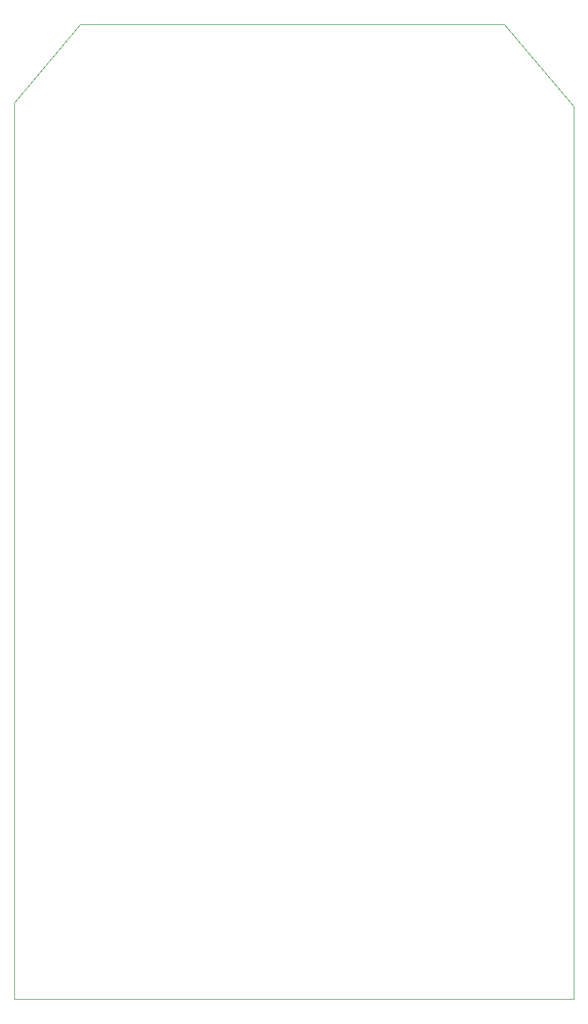
<source format=gbr>
%TF.GenerationSoftware,KiCad,Pcbnew,(5.1.8)-1*%
%TF.CreationDate,2021-03-01T08:31:10-06:00*%
%TF.ProjectId,CircuitBoard,43697263-7569-4744-926f-6172642e6b69,rev?*%
%TF.SameCoordinates,Original*%
%TF.FileFunction,Profile,NP*%
%FSLAX46Y46*%
G04 Gerber Fmt 4.6, Leading zero omitted, Abs format (unit mm)*
G04 Created by KiCad (PCBNEW (5.1.8)-1) date 2021-03-01 08:31:10*
%MOMM*%
%LPD*%
G01*
G04 APERTURE LIST*
%TA.AperFunction,Profile*%
%ADD10C,0.100000*%
%TD*%
G04 APERTURE END LIST*
D10*
X155702000Y-45212000D02*
X165608000Y-56896000D01*
X95250000Y-45212000D02*
X155702000Y-45212000D01*
X85852000Y-56388000D02*
X95250000Y-45212000D01*
X85852000Y-184150000D02*
X85852000Y-56388000D01*
X165608000Y-184150000D02*
X85852000Y-184150000D01*
X165608000Y-56896000D02*
X165608000Y-184150000D01*
M02*

</source>
